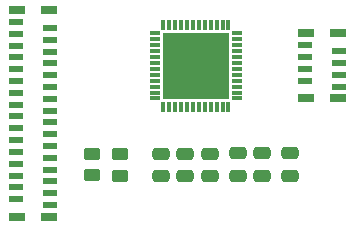
<source format=gtp>
G04 #@! TF.GenerationSoftware,KiCad,Pcbnew,6.0.8+dfsg-1~bpo11+1*
G04 #@! TF.CreationDate,2023-03-31T17:36:42-04:00*
G04 #@! TF.ProjectId,IQS550_captouch_breakout,49515335-3530-45f6-9361-70746f756368,rev?*
G04 #@! TF.SameCoordinates,Original*
G04 #@! TF.FileFunction,Paste,Top*
G04 #@! TF.FilePolarity,Positive*
%FSLAX46Y46*%
G04 Gerber Fmt 4.6, Leading zero omitted, Abs format (unit mm)*
G04 Created by KiCad (PCBNEW 6.0.8+dfsg-1~bpo11+1) date 2023-03-31 17:36:42*
%MOMM*%
%LPD*%
G01*
G04 APERTURE LIST*
G04 Aperture macros list*
%AMRoundRect*
0 Rectangle with rounded corners*
0 $1 Rounding radius*
0 $2 $3 $4 $5 $6 $7 $8 $9 X,Y pos of 4 corners*
0 Add a 4 corners polygon primitive as box body*
4,1,4,$2,$3,$4,$5,$6,$7,$8,$9,$2,$3,0*
0 Add four circle primitives for the rounded corners*
1,1,$1+$1,$2,$3*
1,1,$1+$1,$4,$5*
1,1,$1+$1,$6,$7*
1,1,$1+$1,$8,$9*
0 Add four rect primitives between the rounded corners*
20,1,$1+$1,$2,$3,$4,$5,0*
20,1,$1+$1,$4,$5,$6,$7,0*
20,1,$1+$1,$6,$7,$8,$9,0*
20,1,$1+$1,$8,$9,$2,$3,0*%
G04 Aperture macros list end*
%ADD10RoundRect,0.250000X0.450000X-0.262500X0.450000X0.262500X-0.450000X0.262500X-0.450000X-0.262500X0*%
%ADD11R,1.400000X0.800000*%
%ADD12R,1.200000X0.600000*%
%ADD13R,0.300000X0.850000*%
%ADD14R,0.850000X0.300000*%
%ADD15R,5.700000X5.600000*%
%ADD16RoundRect,0.250000X-0.475000X0.250000X-0.475000X-0.250000X0.475000X-0.250000X0.475000X0.250000X0*%
G04 APERTURE END LIST*
D10*
X135850000Y-100337500D03*
X135850000Y-98512500D03*
X138200000Y-100362500D03*
X138200000Y-98537500D03*
D11*
X132175000Y-103850000D03*
X129475000Y-103850000D03*
X132175000Y-86350000D03*
X129475000Y-86350000D03*
D12*
X132275000Y-102850000D03*
X129375000Y-102350000D03*
X132275000Y-101850000D03*
X129375000Y-101350000D03*
X132275000Y-100850000D03*
X129375000Y-100350000D03*
X132275000Y-99850000D03*
X129375000Y-99350000D03*
X132275000Y-98850000D03*
X129375000Y-98350000D03*
X132275000Y-97850000D03*
X129375000Y-97350000D03*
X132275000Y-96850000D03*
X129375000Y-96350000D03*
X132275000Y-95850000D03*
X129375000Y-95350000D03*
X132275000Y-94850000D03*
X129375000Y-94350000D03*
X132275000Y-93850000D03*
X129375000Y-93350000D03*
X132275000Y-92850000D03*
X129375000Y-92350000D03*
X132275000Y-91850000D03*
X129375000Y-91350000D03*
X132275000Y-90850000D03*
X129375000Y-90350000D03*
X132275000Y-89850000D03*
X129375000Y-89350000D03*
X132275000Y-88850000D03*
X129375000Y-88350000D03*
X132275000Y-87850000D03*
X129375000Y-87350000D03*
X156800000Y-92825000D03*
X153900000Y-92325000D03*
X156800000Y-91825000D03*
X153900000Y-91325000D03*
X156800000Y-90825000D03*
X153900000Y-90325000D03*
X156800000Y-89825000D03*
X153900000Y-89325000D03*
D11*
X156700000Y-93825000D03*
X154000000Y-93825000D03*
X156700000Y-88325000D03*
X154000000Y-88325000D03*
D13*
X141900000Y-94525000D03*
X142400000Y-94525000D03*
X142900000Y-94525000D03*
X143400000Y-94525000D03*
X143900000Y-94525000D03*
X144400000Y-94525000D03*
X144900000Y-94525000D03*
X145400000Y-94525000D03*
X145900000Y-94525000D03*
X146400000Y-94525000D03*
X146900000Y-94525000D03*
X147400000Y-94525000D03*
D14*
X148100000Y-93825000D03*
X148100000Y-93325000D03*
X148100000Y-92825000D03*
X148100000Y-92325000D03*
X148100000Y-91825000D03*
X148100000Y-91325000D03*
X148100000Y-90825000D03*
X148100000Y-90325000D03*
X148100000Y-89825000D03*
X148100000Y-89325000D03*
X148100000Y-88825000D03*
X148100000Y-88325000D03*
D13*
X147400000Y-87625000D03*
X146900000Y-87625000D03*
X146400000Y-87625000D03*
X145900000Y-87625000D03*
X145400000Y-87625000D03*
X144900000Y-87625000D03*
X144400000Y-87625000D03*
X143900000Y-87625000D03*
X143400000Y-87625000D03*
X142900000Y-87625000D03*
X142400000Y-87625000D03*
X141900000Y-87625000D03*
D14*
X141200000Y-88325000D03*
X141200000Y-88825000D03*
X141200000Y-89325000D03*
X141200000Y-89825000D03*
X141200000Y-90325000D03*
X141200000Y-90825000D03*
X141200000Y-91325000D03*
X141200000Y-91825000D03*
X141200000Y-92325000D03*
X141200000Y-92825000D03*
X141200000Y-93325000D03*
X141200000Y-93825000D03*
D15*
X144650000Y-91075000D03*
D16*
X152600000Y-98475000D03*
X152600000Y-100375000D03*
X141650000Y-98500000D03*
X141650000Y-100400000D03*
X150250000Y-98475000D03*
X150250000Y-100375000D03*
X145800000Y-98500000D03*
X145800000Y-100400000D03*
X148175000Y-98475000D03*
X148175000Y-100375000D03*
X143725000Y-98500000D03*
X143725000Y-100400000D03*
M02*

</source>
